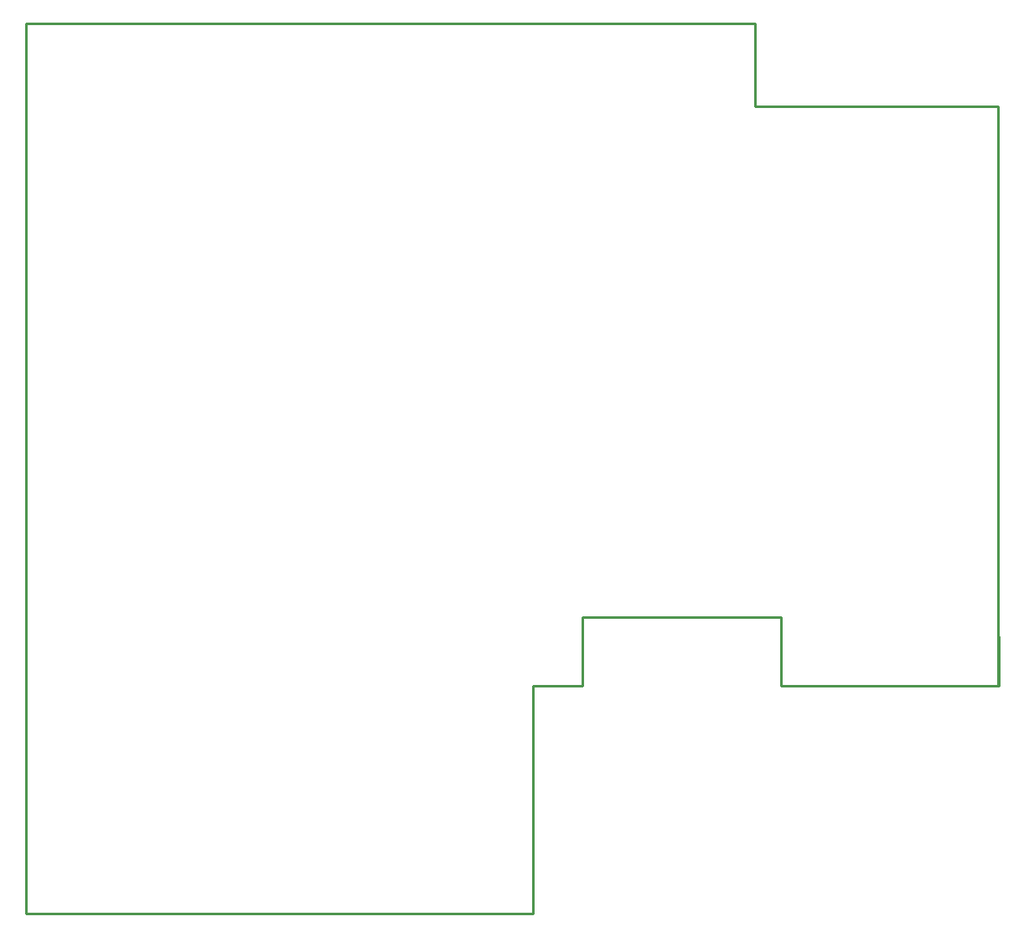
<source format=gko>
G04*
G04 #@! TF.GenerationSoftware,Altium Limited,Altium Designer,22.7.1 (60)*
G04*
G04 Layer_Color=16711935*
%FSLAX44Y44*%
%MOMM*%
G71*
G04*
G04 #@! TF.SameCoordinates,D0082332-17C0-48B4-9EBD-708ECFB17097*
G04*
G04*
G04 #@! TF.FilePolarity,Positive*
G04*
G01*
G75*
%ADD10C,0.2540*%
D10*
X982980Y230124D02*
Y280126D01*
X562872Y300000D02*
X762872D01*
X982872Y230000D02*
Y816356D01*
X562872Y230000D02*
Y300000D01*
X512872Y230000D02*
X562872D01*
X942980Y230124D02*
X982980D01*
X512872Y0D02*
Y230000D01*
X762872D02*
X982872D01*
X0Y0D02*
X512872D01*
X-0Y900000D02*
X736600D01*
Y816356D02*
Y900000D01*
Y816356D02*
X982872Y816356D01*
X762872Y230000D02*
Y300000D01*
X-0Y900000D02*
X0Y0D01*
M02*

</source>
